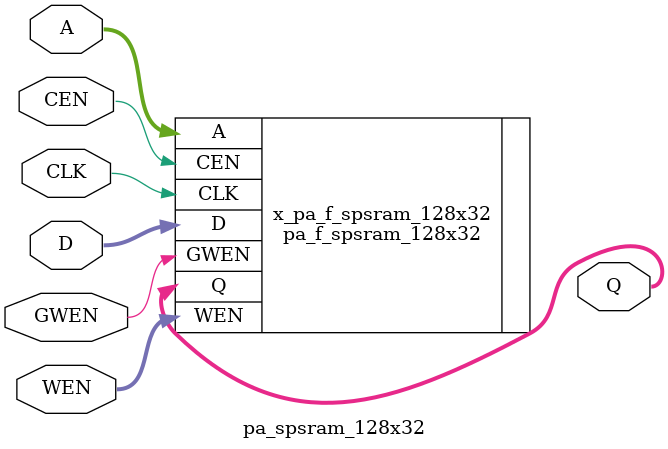
<source format=v>
/*Copyright 2020-2021 T-Head Semiconductor Co., Ltd.

Licensed under the Apache License, Version 2.0 (the "License");
you may not use this file except in compliance with the License.
You may obtain a copy of the License at

    http://www.apache.org/licenses/LICENSE-2.0

Unless required by applicable law or agreed to in writing, software
distributed under the License is distributed on an "AS IS" BASIS,
WITHOUT WARRANTIES OR CONDITIONS OF ANY KIND, either express or implied.
See the License for the specific language governing permissions and
limitations under the License.
*/

// &ModuleBeg; @22
module pa_spsram_128x32(
  A,
  CEN,
  CLK,
  D,
  GWEN,
  Q,
  WEN
);

// &Ports; @23
input   [6 :0]  A;   
input           CEN; 
input           CLK; 
input   [31:0]  D;   
input           GWEN; 
input   [31:0]  WEN; 
output  [31:0]  Q;   

// &Regs; @24

// &Wires; @25
wire    [6 :0]  A;   
wire            CEN; 
wire            CLK; 
wire    [31:0]  D;   
wire            GWEN; 
wire    [31:0]  Q;   
wire    [31:0]  WEN; 


//**********************************************************
//                  Parameter Definition
//**********************************************************
parameter ADDR_WIDTH = 7;
parameter DATA_WIDTH = 32;
parameter WE_WIDTH   = 32;

// &Force("bus","Q",DATA_WIDTH-1,0); @34
// &Force("bus","WEN",WE_WIDTH-1,0); @35
// &Force("bus","A",ADDR_WIDTH-1,0); @36
// &Force("bus","D",DATA_WIDTH-1,0); @37

//  //********************************************************
//  //*                        FPGA memory                   *
//  //********************************************************
//   &Instance("pa_f_spsram_128x32"); @43
pa_f_spsram_128x32  x_pa_f_spsram_128x32 (
  .A    (A   ),
  .CEN  (CEN ),
  .CLK  (CLK ),
  .D    (D   ),
  .GWEN (GWEN),
  .Q    (Q   ),
  .WEN  (WEN )
);

//   &Instance("pa_tsmc_spsram_128x32"); @49
//   &Instance("pa_gsmc_spsram_128x32"); @55

// &ModuleEnd; @71
endmodule



</source>
